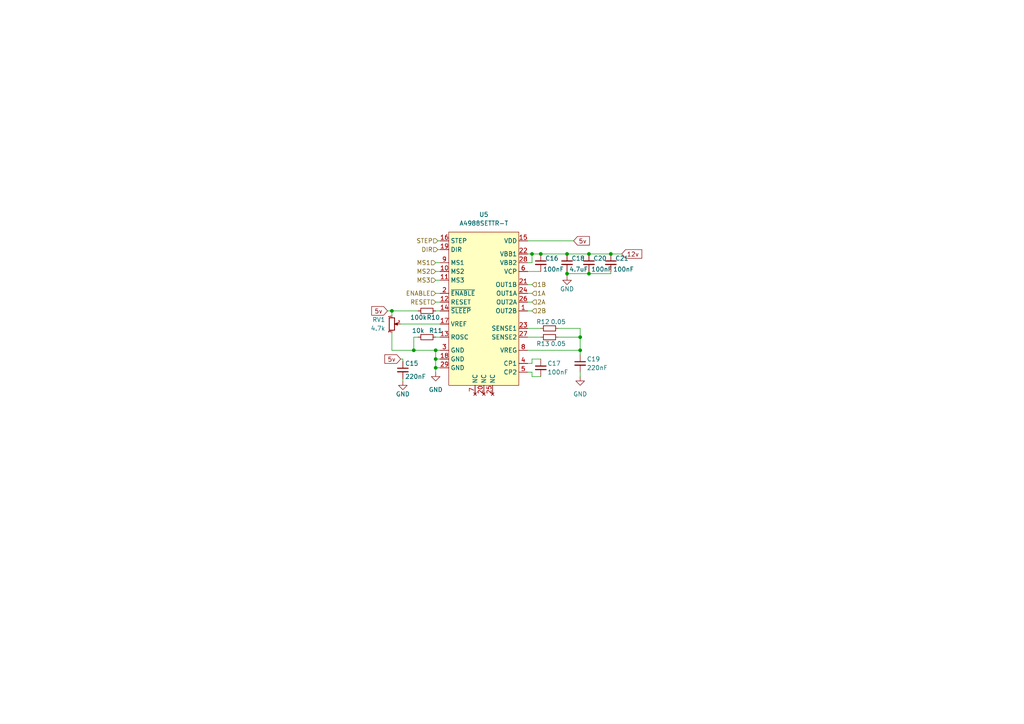
<source format=kicad_sch>
(kicad_sch (version 20211123) (generator eeschema)
  (paper "A4")
  (lib_symbols
    (symbol "A4988SETTR-T_1"
      (property "Reference" "U?" (at 10.16 5.08 0))
      (property "Value" "A4988SETTR-T_1" (at 10.16 2.54 0))
      (symbol "A4988SETTR-T_1_0_1"
        (rectangle (start 0 0) (end 20.32 -44.45) (fill (type background)))
      )
      (symbol "A4988SETTR-T_1_1_1"
        (pin output line (at 22.86 -22.86 180) (length 2.54) (name "OUT2B") (number "1"))
        (pin input line (at -2.54 -11.43 0) (length 2.54) (name "MS2") (number "10"))
        (pin input line (at -2.54 -13.97 0) (length 2.54) (name "MS3") (number "11"))
        (pin input line (at -2.54 -20.32 0) (length 2.54) (name "RESET") (number "12"))
        (pin input line (at -2.54 -30.48 0) (length 2.54) (name "ROSC") (number "13"))
        (pin input line (at -2.54 -22.86 0) (length 2.54) (name "~{SLEEP}") (number "14"))
        (pin power_in line (at 22.86 -2.54 180) (length 2.54) (name "VDD") (number "15"))
        (pin input line (at -2.54 -2.54 0) (length 2.54) (name "STEP") (number "16"))
        (pin input line (at -2.54 -26.67 0) (length 2.54) (name "VREF") (number "17"))
        (pin power_in line (at -2.54 -36.83 0) (length 2.54) (name "GND") (number "18"))
        (pin input line (at -2.54 -5.08 0) (length 2.54) (name "DIR") (number "19"))
        (pin input line (at -2.54 -17.78 0) (length 2.54) (name "~{ENABLE}") (number "2"))
        (pin no_connect line (at 10.16 -46.99 90) (length 2.54) (name "NC") (number "20"))
        (pin output line (at 22.86 -15.24 180) (length 2.54) (name "OUT1B") (number "21"))
        (pin power_in line (at 22.86 -6.35 180) (length 2.54) (name "VBB1") (number "22"))
        (pin input line (at 22.86 -27.94 180) (length 2.54) (name "SENSE1") (number "23"))
        (pin output line (at 22.86 -17.78 180) (length 2.54) (name "OUT1A") (number "24"))
        (pin no_connect line (at 12.7 -46.99 90) (length 2.54) (name "NC") (number "25"))
        (pin output line (at 22.86 -20.32 180) (length 2.54) (name "OUT2A") (number "26"))
        (pin input line (at 22.86 -30.48 180) (length 2.54) (name "SENSE2") (number "27"))
        (pin power_in line (at 22.86 -8.89 180) (length 2.54) (name "VBB2") (number "28"))
        (pin power_in line (at -2.54 -39.37 0) (length 2.54) (name "GND") (number "29"))
        (pin power_in line (at -2.54 -34.29 0) (length 2.54) (name "GND") (number "3"))
        (pin passive line (at 22.86 -38.1 180) (length 2.54) (name "CP1") (number "4"))
        (pin passive line (at 22.86 -40.64 180) (length 2.54) (name "CP2") (number "5"))
        (pin passive line (at 22.86 -11.43 180) (length 2.54) (name "VCP") (number "6"))
        (pin no_connect line (at 7.62 -46.99 90) (length 2.54) (name "NC") (number "7"))
        (pin power_out line (at 22.86 -34.29 180) (length 2.54) (name "VREG") (number "8"))
        (pin input line (at -2.54 -8.89 0) (length 2.54) (name "MS1") (number "9"))
      )
    )
    (symbol "Device:C_Small" (pin_numbers hide) (pin_names (offset 0.254) hide)
      (property "Reference" "C" (at 0.254 1.778 0))
      (property "Value" "C_Small" (at 0.254 -2.032 0))
      (symbol "C_Small_0_1"
        (polyline (pts (xy -1.524 -0.508) (xy 1.524 -0.508)) (stroke (width 0.3302)))
        (polyline (pts (xy -1.524 0.508) (xy 1.524 0.508)) (stroke (width 0.3048)))
      )
      (symbol "C_Small_1_1"
        (pin passive line (at 0 2.54 270) (length 2.032) (name "~") (number "1"))
        (pin passive line (at 0 -2.54 90) (length 2.032) (name "~") (number "2"))
      )
    )
    (symbol "Device:R_Potentiometer_Small" (pin_names (offset 1.016) hide)
      (property "Reference" "RV" (at -4.445 0 90))
      (property "Value" "R_Potentiometer_Small" (at -2.54 0 90))
      (symbol "R_Potentiometer_Small_0_1"
        (polyline (pts (xy 0.889 0) (xy 0.635 0) (xy 1.651 0.381) (xy 1.651 -0.381) (xy 0.635 0) (xy 0.889 0)) (fill (type outline)))
        (rectangle (start 0.762 1.8034) (end -0.762 -1.8034) (stroke (width 0.254)))
      )
      (symbol "R_Potentiometer_Small_1_1"
        (pin passive line (at 0 2.54 270) (length 0.635) (name "1") (number "1"))
        (pin passive line (at 2.54 0 180) (length 0.9906) (name "2") (number "2"))
        (pin passive line (at 0 -2.54 90) (length 0.635) (name "3") (number "3"))
      )
    )
    (symbol "Device:R_Small" (pin_numbers hide) (pin_names (offset 0.254) hide)
      (property "Reference" "R" (at 0.762 0.508 0))
      (property "Value" "R_Small" (at 0.762 -1.016 0))
      (symbol "R_Small_0_1"
        (rectangle (start -0.762 1.778) (end 0.762 -1.778) (stroke (width 0.2032)))
      )
      (symbol "R_Small_1_1"
        (pin passive line (at 0 2.54 270) (length 0.762) (name "~") (number "1"))
        (pin passive line (at 0 -2.54 90) (length 0.762) (name "~") (number "2"))
      )
    )
    (symbol "power:GND" (power) (pin_names (offset 0))
      (property "Value" "GND" (at 0 -3.81 0))
      (symbol "GND_0_1"
        (polyline (pts (xy 0 0) (xy 0 -1.27) (xy 1.27 -1.27) (xy 0 -2.54) (xy -1.27 -1.27) (xy 0 -1.27)))
      )
      (symbol "GND_1_1"
        (pin power_in line (at 0 0 270) (length 0) hide (name "GND") (number "1"))
      )
    )
  )
  (junction (at 126.365 106.68))
  (junction (at 164.465 73.66))
  (junction (at 126.365 104.14))
  (junction (at 113.665 90.17))
  (junction (at 120.015 101.6))
  (junction (at 154.305 73.66))
  (junction (at 177.165 73.66))
  (junction (at 168.275 97.79))
  (junction (at 170.815 73.66))
  (junction (at 126.365 101.6))
  (junction (at 164.465 79.375))
  (junction (at 170.815 79.375))
  (junction (at 156.845 73.66))
  (junction (at 168.275 101.6))
  (wire (pts (xy 153.035 69.85) (xy 166.37 69.85)))
  (wire (pts (xy 168.275 97.79) (xy 168.275 101.6)))
  (wire (pts (xy 168.275 107.95) (xy 168.275 109.22)))
  (wire (pts (xy 127.635 78.74) (xy 126.365 78.74)))
  (wire (pts (xy 113.665 96.52) (xy 113.665 101.6)))
  (wire (pts (xy 126.365 104.14) (xy 126.365 101.6)))
  (wire (pts (xy 170.815 78.74) (xy 170.815 79.375)))
  (wire (pts (xy 156.845 73.66) (xy 164.465 73.66)))
  (wire (pts (xy 164.465 80.01) (xy 164.465 79.375)))
  (wire (pts (xy 127 72.39) (xy 127.635 72.39)))
  (wire (pts (xy 126.365 97.79) (xy 127.635 97.79)))
  (wire (pts (xy 126.365 85.09) (xy 127.635 85.09)))
  (wire (pts (xy 153.035 87.63) (xy 154.305 87.63)))
  (wire (pts (xy 126.365 107.95) (xy 126.365 106.68)))
  (wire (pts (xy 116.205 93.98) (xy 127.635 93.98)))
  (wire (pts (xy 126.365 101.6) (xy 127.635 101.6)))
  (wire (pts (xy 126.365 90.17) (xy 127.635 90.17)))
  (wire (pts (xy 164.465 78.74) (xy 164.465 79.375)))
  (wire (pts (xy 177.165 73.66) (xy 180.34 73.66)))
  (wire (pts (xy 154.305 76.2) (xy 154.305 73.66)))
  (wire (pts (xy 153.035 78.74) (xy 156.845 78.74)))
  (wire (pts (xy 154.305 105.41) (xy 154.305 104.14)))
  (wire (pts (xy 126.365 106.68) (xy 127.635 106.68)))
  (wire (pts (xy 164.465 73.66) (xy 170.815 73.66)))
  (wire (pts (xy 170.815 73.66) (xy 177.165 73.66)))
  (wire (pts (xy 156.845 109.22) (xy 154.305 109.22)))
  (wire (pts (xy 161.925 95.25) (xy 168.275 95.25)))
  (wire (pts (xy 120.015 97.79) (xy 120.015 101.6)))
  (wire (pts (xy 120.015 101.6) (xy 126.365 101.6)))
  (wire (pts (xy 113.665 90.17) (xy 121.285 90.17)))
  (wire (pts (xy 153.035 107.95) (xy 154.305 107.95)))
  (wire (pts (xy 116.84 109.855) (xy 116.84 110.49)))
  (wire (pts (xy 153.035 105.41) (xy 154.305 105.41)))
  (wire (pts (xy 121.285 97.79) (xy 120.015 97.79)))
  (wire (pts (xy 153.035 85.09) (xy 154.305 85.09)))
  (wire (pts (xy 153.035 95.25) (xy 156.845 95.25)))
  (wire (pts (xy 153.035 97.79) (xy 156.845 97.79)))
  (wire (pts (xy 126.365 104.14) (xy 127.635 104.14)))
  (wire (pts (xy 126.365 76.2) (xy 127.635 76.2)))
  (wire (pts (xy 164.465 79.375) (xy 170.815 79.375)))
  (wire (pts (xy 153.035 101.6) (xy 168.275 101.6)))
  (wire (pts (xy 177.165 78.74) (xy 177.165 79.375)))
  (wire (pts (xy 168.275 101.6) (xy 168.275 102.87)))
  (wire (pts (xy 126.365 106.68) (xy 126.365 104.14)))
  (wire (pts (xy 112.395 90.17) (xy 113.665 90.17)))
  (wire (pts (xy 116.84 104.14) (xy 116.84 104.775)))
  (wire (pts (xy 154.305 104.14) (xy 156.845 104.14)))
  (wire (pts (xy 153.035 76.2) (xy 154.305 76.2)))
  (wire (pts (xy 153.035 90.17) (xy 154.305 90.17)))
  (wire (pts (xy 116.205 104.14) (xy 116.84 104.14)))
  (wire (pts (xy 126.365 81.28) (xy 127.635 81.28)))
  (wire (pts (xy 161.925 97.79) (xy 168.275 97.79)))
  (wire (pts (xy 168.275 95.25) (xy 168.275 97.79)))
  (wire (pts (xy 126.365 87.63) (xy 127.635 87.63)))
  (wire (pts (xy 154.305 109.22) (xy 154.305 107.95)))
  (wire (pts (xy 170.815 79.375) (xy 177.165 79.375)))
  (wire (pts (xy 127 69.85) (xy 127.635 69.85)))
  (wire (pts (xy 154.305 73.66) (xy 156.845 73.66)))
  (wire (pts (xy 153.035 73.66) (xy 154.305 73.66)))
  (wire (pts (xy 113.665 101.6) (xy 120.015 101.6)))
  (wire (pts (xy 113.665 90.17) (xy 113.665 91.44)))
  (wire (pts (xy 153.035 82.55) (xy 154.305 82.55)))
  (global_label "12v" (shape input) (at 180.34 73.66 0) (property "Intersheet References" "${INTERSHEET_REFS}" (effects hide)))
  (global_label "5v" (shape input) (at 112.395 90.17 180) (property "Intersheet References" "${INTERSHEET_REFS}" (effects hide)))
  (global_label "5v" (shape input) (at 116.205 104.14 180) (property "Intersheet References" "${INTERSHEET_REFS}" (effects hide)))
  (global_label "5v" (shape input) (at 166.37 69.85 0) (property "Intersheet References" "${INTERSHEET_REFS}" (effects hide)))
  (hierarchical_label "MS3" (shape input) (at 126.365 81.28 180))
  (hierarchical_label "ENABLE" (shape input) (at 126.365 85.09 180))
  (hierarchical_label "2B" (shape input) (at 154.305 90.17 0))
  (hierarchical_label "2A" (shape input) (at 154.305 87.63 0))
  (hierarchical_label "1A" (shape input) (at 154.305 85.09 0))
  (hierarchical_label "1B" (shape input) (at 154.305 82.55 0))
  (hierarchical_label "MS1" (shape input) (at 126.365 76.2 180))
  (hierarchical_label "RESET" (shape input) (at 126.365 87.63 180))
  (hierarchical_label "DIR" (shape input) (at 127 72.39 180))
  (hierarchical_label "MS2" (shape input) (at 126.365 78.74 180))
  (hierarchical_label "STEP" (shape input) (at 127 69.85 180))
  (symbol (lib_id "Device:R_Small") (at 159.385 97.79 270)
    (property "Reference" "R13" (at 157.48 99.695 90))
    (property "Value" "0.05" (at 161.925 99.695 90))
    (property "Footprint" "Resistor_SMD:R_0603_1608Metric" (effects hide))
    (property "LSCS Part Number" "C158895" (effects hide))
    (property "Manufacturer Part Number" "RTT03R050FTP" (effects hide))
  )
  (symbol (lib_id "Device:C_Small") (at 164.465 76.2 0)
    (property "Reference" "C18" (at 165.735 74.9362 0) (effects (justify left)))
    (property "Value" "4.7uF" (at 165.1 78.1112 0) (effects (justify left)))
    (property "Footprint" "Capacitor_SMD:C_0603_1608Metric" (effects hide))
    (property "LSCS Part Number" "C69335" (effects hide))
    (property "Manufacturer Part Number" "CL10A475KA8NQNC" (effects hide))
  )
  (symbol (lib_id "power:GND") (at 168.275 109.22 0)
    (property "Reference" "#PWR025" (effects hide))
    (property "Value" "GND" (at 168.275 114.3 0))
  )
  (symbol (lib_id "Device:R_Potentiometer_Small") (at 113.665 93.98 0)
    (property "Reference" "RV1" (at 111.76 92.7099 0) (effects (justify right)))
    (property "Value" "4.7k" (at 111.76 95.2499 0) (effects (justify right)))
    (property "LSCS Part Number" "C128555" (effects hide))
    (property "Manufacturer Part Number" "VG039NCHXTB472" (effects hide))
  )
  (symbol (lib_id "Device:C_Small") (at 116.84 107.315 0)
    (property "Reference" "C15" (at 117.475 105.4162 0) (effects (justify left)))
    (property "Value" "220nF" (at 117.475 109.2262 0) (effects (justify left)))
    (property "Footprint" "Capacitor_SMD:C_0603_1608Metric" (effects hide))
    (property "LSCS Part Number" "C21120" (effects hide))
    (property "Manufacturer Part Number" "CL10B224KA8NNNC" (effects hide))
  )
  (symbol (lib_id "power:GND") (at 116.84 110.49 0)
    (property "Reference" "#PWR022" (effects hide))
    (property "Value" "GND" (at 116.84 114.3 0))
  )
  (symbol (lib_name "A4988SETTR-T_1") (lib_id "MotorBoard:A4988SETTR-T") (at 130.175 67.31 0)
    (property "Reference" "U5" (at 140.335 62.23 0))
    (property "Value" "A4988SETTR-T" (at 140.335 64.77 0))
    (property "Footprint" "Package_DFN_QFN:QFN-28-1EP_5x5mm_P0.5mm_EP3.35x3.35mm_ThermalVias" (effects hide))
    (property "Datasheet" "https://datasheet.lcsc.com/lcsc/1809140120_Allegro-MicroSystems--LLC-A4988SETTR-T_C38437.pdf" (effects hide))
    (property "Info" "https://www.pololu.com/product/1182" (effects hide))
    (property "LSCS Part Number" "C38437" (effects hide))
    (property "Manufacturer Part Number" "A4988SETTR-T" (effects hide))
  )
  (symbol (lib_id "Device:C_Small") (at 156.845 76.2 0)
    (property "Reference" "C16" (at 158.115 74.9362 0) (effects (justify left)))
    (property "Value" "100nF" (at 157.48 78.1112 0) (effects (justify left)))
    (property "Footprint" "Capacitor_SMD:C_0603_1608Metric" (effects hide))
    (property "LSCS Part Number" "C1591" (effects hide))
    (property "Manufacturer Part Number" "CL10B104KB8NNNC" (effects hide))
  )
  (symbol (lib_id "Device:R_Small") (at 159.385 95.25 270)
    (property "Reference" "R12" (at 157.48 93.345 90))
    (property "Value" "0.05" (at 161.925 93.345 90))
    (property "Footprint" "Resistor_SMD:R_0603_1608Metric" (effects hide))
    (property "LSCS Part Number" "C158895" (effects hide))
    (property "Manufacturer Part Number" "RTT03R050FTP" (effects hide))
  )
  (symbol (lib_id "Device:R_Small") (at 123.825 90.17 270)
    (property "Reference" "R10" (at 127.6349 92.075 90) (effects (justify right)))
    (property "Value" "100k" (at 123.8249 92.075 90) (effects (justify right)))
    (property "Footprint" "Resistor_SMD:R_0603_1608Metric" (effects hide))
    (property "LSCS Part Number" "C14675" (effects hide))
    (property "Manufacturer Part Number" "RC0603FR-07100KL" (effects hide))
  )
  (symbol (lib_id "Device:C_Small") (at 170.815 76.2 0)
    (property "Reference" "C20" (at 172.085 74.9362 0) (effects (justify left)))
    (property "Value" "100nF" (at 171.45 78.1112 0) (effects (justify left)))
    (property "Footprint" "Capacitor_SMD:C_0603_1608Metric" (effects hide))
    (property "LSCS Part Number" "C1591" (effects hide))
    (property "Manufacturer Part Number" "CL10B104KB8NNNC" (effects hide))
  )
  (symbol (lib_id "Device:C_Small") (at 177.165 76.2 0)
    (property "Reference" "C21" (at 178.435 74.9362 0) (effects (justify left)))
    (property "Value" "100nF" (at 177.8 78.1112 0) (effects (justify left)))
    (property "Footprint" "Capacitor_SMD:C_0603_1608Metric" (effects hide))
    (property "LSCS Part Number" "C1591" (effects hide))
    (property "Manufacturer Part Number" "CL10B104KB8NNNC" (effects hide))
  )
  (symbol (lib_id "Device:C_Small") (at 168.275 105.41 0)
    (property "Reference" "C19" (at 170.18 104.1462 0) (effects (justify left)))
    (property "Value" "220nF" (at 170.18 106.6862 0) (effects (justify left)))
    (property "Footprint" "Capacitor_SMD:C_0603_1608Metric" (effects hide))
    (property "LSCS Part Number" "C21120" (effects hide))
    (property "Manufacturer Part Number" "CL10B224KA8NNNC" (effects hide))
  )
  (symbol (lib_id "power:GND") (at 164.465 80.01 0)
    (property "Reference" "#PWR024" (effects hide))
    (property "Value" "GND" (at 164.465 83.82 0))
  )
  (symbol (lib_id "Device:C_Small") (at 156.845 106.68 0)
    (property "Reference" "C17" (at 158.75 105.4162 0) (effects (justify left)))
    (property "Value" "100nF" (at 158.75 107.9562 0) (effects (justify left)))
    (property "Footprint" "Capacitor_SMD:C_0603_1608Metric" (effects hide))
    (property "LSCS Part Number" "C1591" (effects hide))
    (property "Manufacturer Part Number" "CL10B104KB8NNNC" (effects hide))
  )
  (symbol (lib_id "Device:R_Small") (at 123.825 97.79 270)
    (property "Reference" "R11" (at 126.365 95.885 90))
    (property "Value" "10k" (at 121.285 95.885 90))
    (property "Footprint" "Resistor_SMD:R_0603_1608Metric" (effects hide))
    (property "LSCS Part Number" "C25804" (effects hide))
    (property "Manufacturer Part Number" "0603WAF1002T5E" (effects hide))
  )
  (symbol (lib_id "power:GND") (at 126.365 107.95 0)
    (property "Reference" "#PWR023" (effects hide))
    (property "Value" "GND" (at 126.365 113.03 0))
  )
)
</source>
